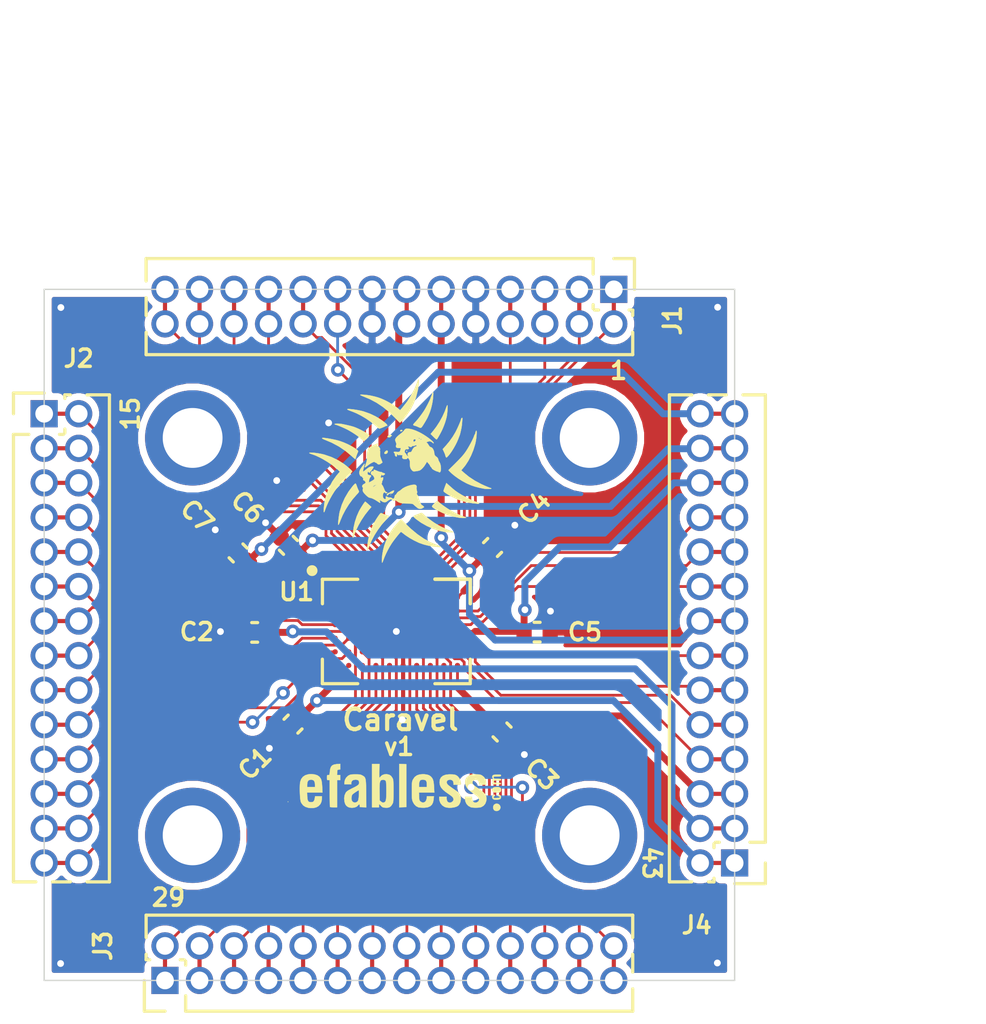
<source format=kicad_pcb>
(kicad_pcb (version 20171130) (host pcbnew 5.1.9+dfsg1-1~bpo10+1)
  (layers (0 F.Cu signal) (31 B.Cu signal) (34 B.Paste user) (35 F.Paste user) (36 B.SilkS user) (37 F.SilkS user) (38 B.Mask user) (39 F.Mask user) (44 Edge.Cuts user))
  (net 0 "")
  (net 1 GND)
  (net 2 vddio)
  (net 3 vccd2)
  (net 4 vccd1)
  (net 5 vdda1)
  (net 6 vdda2)
  (net 7 mprj_io[18])
  (net 8 mprj_io[17])
  (net 9 mprj_io[16])
  (net 10 mprj_io[15])
  (net 11 mprj_io[14])
  (net 12 mprj_io[13])
  (net 13 mprj_io[12])
  (net 14 mprj_io[11])
  (net 15 mprj_io[10])
  (net 16 mprj_io[9])
  (net 17 mprj_io[8])
  (net 18 mprj_io[7])
  (net 19 mprj_io[6]_ser_tx)
  (net 20 mprj_io[5]_ser_rx)
  (net 21 mprj_io[0])
  (net 22 mprj_io[33])
  (net 23 mprj_io[32])
  (net 24 mprj_io[31])
  (net 25 mprj_io[30])
  (net 26 mprj_io[29])
  (net 27 mprj_io[28])
  (net 28 mprj_io[27])
  (net 29 mprj_io[26])
  (net 30 mprj_io[25])
  (net 31 mprj_io[24])
  (net 32 mprj_io[23])
  (net 33 mprj_io[22])
  (net 34 mprj_io[21])
  (net 35 mprj_io[20])
  (net 36 mprj_io[19])
  (net 37 mprj_io[4]_SCK)
  (net 38 mprj_io[3]_CSB)
  (net 39 mprj_io[2]_SDI)
  (net 40 mprj_io[1]_SDO)
  (net 41 gpio)
  (net 42 Caravel_D0)
  (net 43 Caravel_CSB)
  (net 44 ~RST)
  (net 45 Caravel_D1)
  (net 46 xclk)
  (net 47 mprj_io[36])
  (net 48 mprj_io[37])
  (net 49 Caravel_SCK)
  (net 50 mprj_io[34])
  (net 51 mprj_io[35])
  (net 52 vdda)
  (net 53 vccd)
  (module Capacitor_SMD:C_0402_1005Metric (layer F.Cu) (at 139.430589 90.259411 225)
    (fp_text reference C4 (at -2.106345 -0.056569 45) (layer F.SilkS) (effects (font (size 0.635 0.635) (thickness 0.127))))
    (fp_text value 0.1uf)
    (pad 2 smd roundrect (at 0.48 0 225) (size 0.56 0.62) (layers F.Cu F.Paste F.Mask) (net 53 vccd))
    (pad 1 smd roundrect (at -0.48 0 225) (size 0.56 0.62) (layers F.Cu F.Paste F.Mask) (net 1 GND))
  )
  (module Capacitor_SMD:C_0402_1005Metric (layer F.Cu) (at 130.07 90.46 315)
    (fp_text reference C7 (at -2.029396 0.106066 135) (layer F.SilkS) (effects (font (size 0.635 0.635) (thickness 0.127))))
    (fp_text value 0.1uf)
    (pad 2 smd roundrect (at 0.48 0 315) (size 0.56 0.62) (layers F.Cu F.Paste F.Mask) (net 3 vccd2))
    (pad 1 smd roundrect (at -0.48 0 315) (size 0.56 0.62) (layers F.Cu F.Paste F.Mask) (net 1 GND))
  )
  (module Capacitor_SMD:C_0402_1005Metric (layer F.Cu) (at 131.92 90.18 315)
    (fp_text reference C6 (at -2.05061 0.070711 135) (layer F.SilkS) (effects (font (size 0.635 0.635) (thickness 0.127))))
    (fp_text value 0.1uf)
    (pad 2 smd roundrect (at 0.48 0 315) (size 0.56 0.62) (layers F.Cu F.Paste F.Mask) (net 2 vddio))
    (pad 1 smd roundrect (at -0.48 0 315) (size 0.56 0.62) (layers F.Cu F.Paste F.Mask) (net 1 GND))
  )
  (module Capacitor_SMD:C_0402_1005Metric (layer F.Cu) (at 141.07 93.37 180)
    (fp_text reference C5 (at -1.76 0) (layer F.SilkS) (effects (font (size 0.635 0.635) (thickness 0.127))))
    (fp_text value 0.1uf)
    (pad 2 smd roundrect (at 0.48 0 180) (size 0.56 0.62) (layers F.Cu F.Paste F.Mask) (net 6 vdda2))
    (pad 1 smd roundrect (at -0.48 0 180) (size 0.56 0.62) (layers F.Cu F.Paste F.Mask) (net 1 GND))
  )
  (module Capacitor_SMD:C_0402_1005Metric (layer F.Cu) (at 139.78 97.04 315)
    (fp_text reference C3 (at 2.128391 0.06364 135) (layer F.SilkS) (effects (font (size 0.635 0.635) (thickness 0.127))))
    (fp_text value 0.1uf)
    (pad 2 smd roundrect (at 0.48 0 315) (size 0.56 0.62) (layers F.Cu F.Paste F.Mask) (net 1 GND))
    (pad 1 smd roundrect (at -0.48 0 315) (size 0.56 0.62) (layers F.Cu F.Paste F.Mask) (net 52 vdda))
  )
  (module Capacitor_SMD:C_0402_1005Metric (layer F.Cu) (at 130.68 93.38 180)
    (fp_text reference C2 (at 2.13 0.02) (layer F.SilkS) (effects (font (size 0.635 0.635) (thickness 0.127))))
    (fp_text value 0.1uf)
    (pad 2 smd roundrect (at 0.48 0 180) (size 0.56 0.62) (layers F.Cu F.Paste F.Mask) (net 1 GND))
    (pad 1 smd roundrect (at -0.48 0 180) (size 0.56 0.62) (layers F.Cu F.Paste F.Mask) (net 5 vdda1))
  )
  (module Capacitor_SMD:C_0402_1005Metric (layer F.Cu) (at 132.09 96.75 45)
    (fp_text reference C1 (at -2.015254 0.035355 45) (layer F.SilkS) (effects (font (size 0.635 0.635) (thickness 0.127))))
    (fp_text value 0.1uf)
    (pad 2 smd roundrect (at 0.48 0 45) (size 0.56 0.62) (layers F.Cu F.Paste F.Mask) (net 4 vccd1))
    (pad 1 smd roundrect (at -0.48 0 45) (size 0.56 0.62) (layers F.Cu F.Paste F.Mask) (net 1 GND))
  )
  (module Caravel:ef_logo (layer F.Cu) (at 135.98 99.08)
    (fp_text reference T2 hide)
    (fp_text value Logo hide)
  )
  (module Caravel:logo (layer F.Cu) (at 136 87.45)
    (fp_text reference T1 hide)
    (fp_text value Logo hide)
  )
  (module Connector_PinHeader_1.27mm:PinHeader_2x14_P1.27mm_Vertical (layer F.Cu) (at 122.936 85.344)
    (fp_text reference J2 (at 1.27 -2.032) (layer F.SilkS) (effects (font (size 0.635 0.635) (thickness 0.127))))
    (fp_text value Conn_01x14_Female)
    (pad 28 thru_hole oval (at 1.27 16.51) (size 1 1) (drill 0.65) (layers *.Cu *.Mask) (net 11 mprj_io[14]))
    (pad 27 thru_hole oval (at 0 16.51) (size 1 1) (drill 0.65) (layers *.Cu *.Mask) (net 11 mprj_io[14]))
    (pad 26 thru_hole oval (at 1.27 15.24) (size 1 1) (drill 0.65) (layers *.Cu *.Mask) (net 10 mprj_io[15]))
    (pad 25 thru_hole oval (at 0 15.24) (size 1 1) (drill 0.65) (layers *.Cu *.Mask) (net 10 mprj_io[15]))
    (pad 24 thru_hole oval (at 1.27 13.97) (size 1 1) (drill 0.65) (layers *.Cu *.Mask) (net 9 mprj_io[16]))
    (pad 23 thru_hole oval (at 0 13.97) (size 1 1) (drill 0.65) (layers *.Cu *.Mask) (net 9 mprj_io[16]))
    (pad 22 thru_hole oval (at 1.27 12.7) (size 1 1) (drill 0.65) (layers *.Cu *.Mask) (net 8 mprj_io[17]))
    (pad 21 thru_hole oval (at 0 12.7) (size 1 1) (drill 0.65) (layers *.Cu *.Mask) (net 8 mprj_io[17]))
    (pad 20 thru_hole oval (at 1.27 11.43) (size 1 1) (drill 0.65) (layers *.Cu *.Mask) (net 7 mprj_io[18]))
    (pad 19 thru_hole oval (at 0 11.43) (size 1 1) (drill 0.65) (layers *.Cu *.Mask) (net 7 mprj_io[18]))
    (pad 18 thru_hole oval (at 1.27 10.16) (size 1 1) (drill 0.65) (layers *.Cu *.Mask) (net 36 mprj_io[19]))
    (pad 17 thru_hole oval (at 0 10.16) (size 1 1) (drill 0.65) (layers *.Cu *.Mask) (net 36 mprj_io[19]))
    (pad 16 thru_hole oval (at 1.27 8.89) (size 1 1) (drill 0.65) (layers *.Cu *.Mask) (net 35 mprj_io[20]))
    (pad 15 thru_hole oval (at 0 8.89) (size 1 1) (drill 0.65) (layers *.Cu *.Mask) (net 35 mprj_io[20]))
    (pad 14 thru_hole oval (at 1.27 7.62) (size 1 1) (drill 0.65) (layers *.Cu *.Mask) (net 34 mprj_io[21]))
    (pad 13 thru_hole oval (at 0 7.62) (size 1 1) (drill 0.65) (layers *.Cu *.Mask) (net 34 mprj_io[21]))
    (pad 12 thru_hole oval (at 1.27 6.35) (size 1 1) (drill 0.65) (layers *.Cu *.Mask) (net 33 mprj_io[22]))
    (pad 11 thru_hole oval (at 0 6.35) (size 1 1) (drill 0.65) (layers *.Cu *.Mask) (net 33 mprj_io[22]))
    (pad 10 thru_hole oval (at 1.27 5.08) (size 1 1) (drill 0.65) (layers *.Cu *.Mask) (net 32 mprj_io[23]))
    (pad 9 thru_hole oval (at 0 5.08) (size 1 1) (drill 0.65) (layers *.Cu *.Mask) (net 32 mprj_io[23]))
    (pad 8 thru_hole oval (at 1.27 3.81) (size 1 1) (drill 0.65) (layers *.Cu *.Mask) (net 31 mprj_io[24]))
    (pad 7 thru_hole oval (at 0 3.81) (size 1 1) (drill 0.65) (layers *.Cu *.Mask) (net 31 mprj_io[24]))
    (pad 6 thru_hole oval (at 1.27 2.54) (size 1 1) (drill 0.65) (layers *.Cu *.Mask) (net 30 mprj_io[25]))
    (pad 5 thru_hole oval (at 0 2.54) (size 1 1) (drill 0.65) (layers *.Cu *.Mask) (net 30 mprj_io[25]))
    (pad 4 thru_hole oval (at 1.27 1.27) (size 1 1) (drill 0.65) (layers *.Cu *.Mask) (net 29 mprj_io[26]))
    (pad 3 thru_hole oval (at 0 1.27) (size 1 1) (drill 0.65) (layers *.Cu *.Mask) (net 29 mprj_io[26]))
    (pad 2 thru_hole oval (at 1.27 0) (size 1 1) (drill 0.65) (layers *.Cu *.Mask) (net 28 mprj_io[27]))
    (pad 1 thru_hole rect (at 0 0) (size 1 1) (drill 0.65) (layers *.Cu *.Mask) (net 28 mprj_io[27]))
  )
  (module Caravel:Caravel_WCSP (layer F.Cu) (at 135.89 93.345 90)
    (fp_text reference U1 (at 1.455 -3.67) (layer F.SilkS) (effects (font (size 0.635 0.635) (thickness 0.127))))
    (fp_text value Caravel)
    (pad F10 smd circle (at -1.25 2.25) (size 0.19 0.19) (layers F.Cu F.Paste F.Mask) (net 52 vdda))
    (pad E10 smd circle (at -0.75 2.25) (size 0.19 0.19) (layers F.Cu F.Paste F.Mask) (net 41 gpio))
    (pad D10 smd circle (at -0.25 2.25) (size 0.19 0.19) (layers F.Cu F.Paste F.Mask) (net 42 Caravel_D0))
    (pad C10 smd circle (at 0.25 2.25) (size 0.19 0.19) (layers F.Cu F.Paste F.Mask) (net 43 Caravel_CSB))
    (pad B10 smd circle (at 0.75 2.25) (size 0.19 0.19) (layers F.Cu F.Paste F.Mask) (net 44 ~RST))
    (pad A10 smd circle (at 1.25 2.25) (size 0.19 0.19) (layers F.Cu F.Paste F.Mask) (net 53 vccd))
    (pad F9 smd circle (at -1.25 1.75) (size 0.19 0.19) (layers F.Cu F.Paste F.Mask) (net 39 mprj_io[2]_SDI))
    (pad E9 smd circle (at -0.75 1.75) (size 0.19 0.19) (layers F.Cu F.Paste F.Mask) (net 40 mprj_io[1]_SDO))
    (pad D9 smd circle (at -0.25 1.75) (size 0.19 0.19) (layers F.Cu F.Paste F.Mask) (net 45 Caravel_D1))
    (pad C9 smd circle (at 0.25 1.75) (size 0.19 0.19) (layers F.Cu F.Paste F.Mask) (net 46 xclk))
    (pad B9 smd circle (at 0.75 1.75) (size 0.19 0.19) (layers F.Cu F.Paste F.Mask) (net 47 mprj_io[36]))
    (pad A9 smd circle (at 1.25 1.75) (size 0.19 0.19) (layers F.Cu F.Paste F.Mask) (net 48 mprj_io[37]))
    (pad F8 smd circle (at -1.25 1.25) (size 0.19 0.19) (layers F.Cu F.Paste F.Mask) (net 37 mprj_io[4]_SCK))
    (pad E8 smd circle (at -0.75 1.25) (size 0.19 0.19) (layers F.Cu F.Paste F.Mask) (net 38 mprj_io[3]_CSB))
    (pad D8 smd circle (at -0.25 1.25) (size 0.19 0.19) (layers F.Cu F.Paste F.Mask) (net 49 Caravel_SCK))
    (pad C8 smd circle (at 0.25 1.25) (size 0.19 0.19) (layers F.Cu F.Paste F.Mask) (net 22 mprj_io[33]))
    (pad B8 smd circle (at 0.75 1.25) (size 0.19 0.19) (layers F.Cu F.Paste F.Mask) (net 50 mprj_io[34]))
    (pad A8 smd circle (at 1.25 1.25) (size 0.19 0.19) (layers F.Cu F.Paste F.Mask) (net 51 mprj_io[35]))
    (pad F7 smd circle (at -1.25 0.75) (size 0.19 0.19) (layers F.Cu F.Paste F.Mask) (net 19 mprj_io[6]_ser_tx))
    (pad E7 smd circle (at -0.75 0.75) (size 0.19 0.19) (layers F.Cu F.Paste F.Mask) (net 20 mprj_io[5]_ser_rx))
    (pad D7 smd circle (at -0.25 0.75) (size 0.19 0.19) (layers F.Cu F.Paste F.Mask) (net 21 mprj_io[0]))
    (pad C7 smd circle (at 0.25 0.75) (size 0.19 0.19) (layers F.Cu F.Paste F.Mask) (net 6 vdda2))
    (pad B7 smd circle (at 0.75 0.75) (size 0.19 0.19) (layers F.Cu F.Paste F.Mask) (net 1 GND))
    (pad A7 smd circle (at 1.25 0.75) (size 0.19 0.19) (layers F.Cu F.Paste F.Mask) (net 23 mprj_io[32]))
    (pad F6 smd circle (at -1.25 0.25) (size 0.19 0.19) (layers F.Cu F.Paste F.Mask) (net 1 GND))
    (pad E6 smd circle (at -0.75 0.25) (size 0.19 0.19) (layers F.Cu F.Paste F.Mask) (net 1 GND))
    (pad D6 smd circle (at -0.25 0.25) (size 0.19 0.19) (layers F.Cu F.Paste F.Mask) (net 1 GND))
    (pad C6 smd circle (at 0.25 0.25) (size 0.19 0.19) (layers F.Cu F.Paste F.Mask) (net 1 GND))
    (pad B6 smd circle (at 0.75 0.25) (size 0.19 0.19) (layers F.Cu F.Paste F.Mask) (net 25 mprj_io[30]))
    (pad A6 smd circle (at 1.25 0.25) (size 0.19 0.19) (layers F.Cu F.Paste F.Mask) (net 24 mprj_io[31]))
    (pad F5 smd circle (at -1.25 -0.25) (size 0.19 0.19) (layers F.Cu F.Paste F.Mask) (net 17 mprj_io[8]))
    (pad E5 smd circle (at -0.75 -0.25) (size 0.19 0.19) (layers F.Cu F.Paste F.Mask) (net 18 mprj_io[7]))
    (pad D5 smd circle (at -0.25 -0.25) (size 0.19 0.19) (layers F.Cu F.Paste F.Mask) (net 1 GND))
    (pad C5 smd circle (at 0.25 -0.25) (size 0.19 0.19) (layers F.Cu F.Paste F.Mask) (net 1 GND))
    (pad B5 smd circle (at 0.75 -0.25) (size 0.19 0.19) (layers F.Cu F.Paste F.Mask) (net 27 mprj_io[28]))
    (pad A5 smd circle (at 1.25 -0.25) (size 0.19 0.19) (layers F.Cu F.Paste F.Mask) (net 26 mprj_io[29]))
    (pad F4 smd circle (at -1.25 -0.75) (size 0.19 0.19) (layers F.Cu F.Paste F.Mask) (net 15 mprj_io[10]))
    (pad E4 smd circle (at -0.75 -0.75) (size 0.19 0.19) (layers F.Cu F.Paste F.Mask) (net 16 mprj_io[9]))
    (pad D4 smd circle (at -0.25 -0.75) (size 0.19 0.19) (layers F.Cu F.Paste F.Mask) (net 5 vdda1))
    (pad C4 smd circle (at 0.25 -0.75) (size 0.19 0.19) (layers F.Cu F.Paste F.Mask) (net 2 vddio))
    (pad B4 smd circle (at 0.75 -0.75) (size 0.19 0.19) (layers F.Cu F.Paste F.Mask) (net 29 mprj_io[26]))
    (pad A4 smd circle (at 1.25 -0.75) (size 0.19 0.19) (layers F.Cu F.Paste F.Mask) (net 28 mprj_io[27]))
    (pad F3 smd circle (at -1.25 -1.25) (size 0.19 0.19) (layers F.Cu F.Paste F.Mask) (net 13 mprj_io[12]))
    (pad E3 smd circle (at -0.75 -1.25) (size 0.19 0.19) (layers F.Cu F.Paste F.Mask) (net 14 mprj_io[11]))
    (pad D3 smd circle (at -0.25 -1.25) (size 0.19 0.19) (layers F.Cu F.Paste F.Mask) (net 12 mprj_io[13]))
    (pad C3 smd circle (at 0.25 -1.25) (size 0.19 0.19) (layers F.Cu F.Paste F.Mask) (net 31 mprj_io[24]))
    (pad B3 smd circle (at 0.75 -1.25) (size 0.19 0.19) (layers F.Cu F.Paste F.Mask) (net 1 GND))
    (pad A3 smd circle (at 1.25 -1.25) (size 0.19 0.19) (layers F.Cu F.Paste F.Mask) (net 30 mprj_io[25]))
    (pad F2 smd circle (at -1.25 -1.75) (size 0.19 0.19) (layers F.Cu F.Paste F.Mask) (net 4 vccd1))
    (pad E2 smd circle (at -0.75 -1.75) (size 0.19 0.19) (layers F.Cu F.Paste F.Mask) (net 11 mprj_io[14]))
    (pad D2 smd circle (at -0.25 -1.75) (size 0.19 0.19) (layers F.Cu F.Paste F.Mask) (net 8 mprj_io[17]))
    (pad C2 smd circle (at 0.25 -1.75) (size 0.19 0.19) (layers F.Cu F.Paste F.Mask) (net 35 mprj_io[20]))
    (pad B2 smd circle (at 0.75 -1.75) (size 0.19 0.19) (layers F.Cu F.Paste F.Mask) (net 33 mprj_io[22]))
    (pad A2 smd circle (at 1.25 -1.75) (size 0.19 0.19) (layers F.Cu F.Paste F.Mask) (net 3 vccd2))
    (pad F1 smd circle (at -1.25 -2.25) (size 0.19 0.19) (layers F.Cu F.Paste F.Mask) (net 10 mprj_io[15]))
    (pad E1 smd circle (at -0.75 -2.25) (size 0.19 0.19) (layers F.Cu F.Paste F.Mask) (net 9 mprj_io[16]))
    (pad D1 smd circle (at -0.25 -2.25) (size 0.19 0.19) (layers F.Cu F.Paste F.Mask) (net 7 mprj_io[18]))
    (pad C1 smd circle (at 0.25 -2.25) (size 0.19 0.19) (layers F.Cu F.Paste F.Mask) (net 36 mprj_io[19]))
    (pad B1 smd circle (at 0.75 -2.25) (size 0.19 0.19) (layers F.Cu F.Paste F.Mask) (net 34 mprj_io[21]))
    (pad A1 smd circle (at 1.25 -2.25 180) (size 0.19 0.19) (layers F.Cu F.Paste F.Mask) (net 32 mprj_io[23]))
  )
  (module MountingHole:MountingHole_2.2mm_M2_ISO7380_Pad (layer F.Cu) (at 128.397 86.233)
    (fp_text reference H4)
    (fp_text value "Positioning Holes")
    (pad 1 thru_hole circle (at 0 0) (size 3.5 3.5) (drill 2.2) (layers *.Cu *.Mask))
  )
  (module MountingHole:MountingHole_2.2mm_M2_ISO7380_Pad (layer F.Cu) (at 143.002 86.233)
    (fp_text reference H3)
    (fp_text value "Positioning Holes")
    (pad 1 thru_hole circle (at 0 0) (size 3.5 3.5) (drill 2.2) (layers *.Cu *.Mask))
  )
  (module MountingHole:MountingHole_2.2mm_M2_ISO7380_Pad (layer F.Cu) (at 143.002 100.838)
    (fp_text reference H2)
    (fp_text value "Positioning Holes")
    (pad 1 thru_hole circle (at 0 0) (size 3.5 3.5) (drill 2.2) (layers *.Cu *.Mask))
  )
  (module MountingHole:MountingHole_2.2mm_M2_ISO7380_Pad (layer F.Cu) (at 128.397 100.838)
    (fp_text reference H1)
    (fp_text value "Positioning Holes")
    (pad 1 thru_hole circle (at 0 0) (size 3.5 3.5) (drill 2.2) (layers *.Cu *.Mask))
  )
  (module Connector_PinHeader_1.27mm:PinHeader_2x14_P1.27mm_Vertical (layer F.Cu) (at 148.336 101.854 180)
    (fp_text reference J4 (at 1.397 -2.286) (layer F.SilkS) (effects (font (size 0.635 0.635) (thickness 0.127))))
    (fp_text value Conn_01x14_Female)
    (pad 28 thru_hole oval (at 1.27 16.51 180) (size 1 1) (drill 0.65) (layers *.Cu *.Mask) (net 3 vccd2))
    (pad 27 thru_hole oval (at 0 16.51 180) (size 1 1) (drill 0.65) (layers *.Cu *.Mask) (net 3 vccd2))
    (pad 26 thru_hole oval (at 1.27 15.24 180) (size 1 1) (drill 0.65) (layers *.Cu *.Mask) (net 2 vddio))
    (pad 25 thru_hole oval (at 0 15.24 180) (size 1 1) (drill 0.65) (layers *.Cu *.Mask) (net 2 vddio))
    (pad 24 thru_hole oval (at 1.27 13.97 180) (size 1 1) (drill 0.65) (layers *.Cu *.Mask) (net 6 vdda2))
    (pad 23 thru_hole oval (at 0 13.97 180) (size 1 1) (drill 0.65) (layers *.Cu *.Mask) (net 6 vdda2))
    (pad 22 thru_hole oval (at 1.27 12.7 180) (size 1 1) (drill 0.65) (layers *.Cu *.Mask) (net 44 ~RST))
    (pad 21 thru_hole oval (at 0 12.7 180) (size 1 1) (drill 0.65) (layers *.Cu *.Mask) (net 44 ~RST))
    (pad 20 thru_hole oval (at 1.27 11.43 180) (size 1 1) (drill 0.65) (layers *.Cu *.Mask) (net 46 xclk))
    (pad 19 thru_hole oval (at 0 11.43 180) (size 1 1) (drill 0.65) (layers *.Cu *.Mask) (net 46 xclk))
    (pad 18 thru_hole oval (at 1.27 10.16 180) (size 1 1) (drill 0.65) (layers *.Cu *.Mask) (net 43 Caravel_CSB))
    (pad 17 thru_hole oval (at 0 10.16 180) (size 1 1) (drill 0.65) (layers *.Cu *.Mask) (net 43 Caravel_CSB))
    (pad 16 thru_hole oval (at 1.27 8.89 180) (size 1 1) (drill 0.65) (layers *.Cu *.Mask) (net 53 vccd))
    (pad 15 thru_hole oval (at 0 8.89 180) (size 1 1) (drill 0.65) (layers *.Cu *.Mask) (net 53 vccd))
    (pad 14 thru_hole oval (at 1.27 7.62 180) (size 1 1) (drill 0.65) (layers *.Cu *.Mask) (net 42 Caravel_D0))
    (pad 13 thru_hole oval (at 0 7.62 180) (size 1 1) (drill 0.65) (layers *.Cu *.Mask) (net 42 Caravel_D0))
    (pad 12 thru_hole oval (at 1.27 6.35 180) (size 1 1) (drill 0.65) (layers *.Cu *.Mask) (net 45 Caravel_D1))
    (pad 11 thru_hole oval (at 0 6.35 180) (size 1 1) (drill 0.65) (layers *.Cu *.Mask) (net 45 Caravel_D1))
    (pad 10 thru_hole oval (at 1.27 5.08 180) (size 1 1) (drill 0.65) (layers *.Cu *.Mask) (net 41 gpio))
    (pad 9 thru_hole oval (at 0 5.08 180) (size 1 1) (drill 0.65) (layers *.Cu *.Mask) (net 41 gpio))
    (pad 8 thru_hole oval (at 1.27 3.81 180) (size 1 1) (drill 0.65) (layers *.Cu *.Mask) (net 49 Caravel_SCK))
    (pad 7 thru_hole oval (at 0 3.81 180) (size 1 1) (drill 0.65) (layers *.Cu *.Mask) (net 49 Caravel_SCK))
    (pad 6 thru_hole oval (at 1.27 2.54 180) (size 1 1) (drill 0.65) (layers *.Cu *.Mask) (net 52 vdda))
    (pad 5 thru_hole oval (at 0 2.54 180) (size 1 1) (drill 0.65) (layers *.Cu *.Mask) (net 52 vdda))
    (pad 4 thru_hole oval (at 1.27 1.27 180) (size 1 1) (drill 0.65) (layers *.Cu *.Mask) (net 5 vdda1))
    (pad 3 thru_hole oval (at 0 1.27 180) (size 1 1) (drill 0.65) (layers *.Cu *.Mask) (net 5 vdda1))
    (pad 2 thru_hole oval (at 1.27 0 180) (size 1 1) (drill 0.65) (layers *.Cu *.Mask) (net 4 vccd1))
    (pad 1 thru_hole rect (at 0 0 180) (size 1 1) (drill 0.65) (layers *.Cu *.Mask) (net 4 vccd1))
  )
  (module Connector_PinHeader_1.27mm:PinHeader_2x14_P1.27mm_Vertical (layer F.Cu) (at 127.381 106.172 90)
    (fp_text reference J3 (at 1.27 -2.286 90) (layer F.SilkS) (effects (font (size 0.635 0.635) (thickness 0.127))))
    (fp_text value Conn_01x14_Female)
    (pad 28 thru_hole oval (at 1.27 16.51 90) (size 1 1) (drill 0.65) (layers *.Cu *.Mask) (net 21 mprj_io[0]))
    (pad 27 thru_hole oval (at 0 16.51 90) (size 1 1) (drill 0.65) (layers *.Cu *.Mask) (net 21 mprj_io[0]))
    (pad 26 thru_hole oval (at 1.27 15.24 90) (size 1 1) (drill 0.65) (layers *.Cu *.Mask) (net 40 mprj_io[1]_SDO))
    (pad 25 thru_hole oval (at 0 15.24 90) (size 1 1) (drill 0.65) (layers *.Cu *.Mask) (net 40 mprj_io[1]_SDO))
    (pad 24 thru_hole oval (at 1.27 13.97 90) (size 1 1) (drill 0.65) (layers *.Cu *.Mask) (net 39 mprj_io[2]_SDI))
    (pad 23 thru_hole oval (at 0 13.97 90) (size 1 1) (drill 0.65) (layers *.Cu *.Mask) (net 39 mprj_io[2]_SDI))
    (pad 22 thru_hole oval (at 1.27 12.7 90) (size 1 1) (drill 0.65) (layers *.Cu *.Mask) (net 38 mprj_io[3]_CSB))
    (pad 21 thru_hole oval (at 0 12.7 90) (size 1 1) (drill 0.65) (layers *.Cu *.Mask) (net 38 mprj_io[3]_CSB))
    (pad 20 thru_hole oval (at 1.27 11.43 90) (size 1 1) (drill 0.65) (layers *.Cu *.Mask) (net 37 mprj_io[4]_SCK))
    (pad 19 thru_hole oval (at 0 11.43 90) (size 1 1) (drill 0.65) (layers *.Cu *.Mask) (net 37 mprj_io[4]_SCK))
    (pad 18 thru_hole oval (at 1.27 10.16 90) (size 1 1) (drill 0.65) (layers *.Cu *.Mask) (net 20 mprj_io[5]_ser_rx))
    (pad 17 thru_hole oval (at 0 10.16 90) (size 1 1) (drill 0.65) (layers *.Cu *.Mask) (net 20 mprj_io[5]_ser_rx))
    (pad 16 thru_hole oval (at 1.27 8.89 90) (size 1 1) (drill 0.65) (layers *.Cu *.Mask) (net 19 mprj_io[6]_ser_tx))
    (pad 15 thru_hole oval (at 0 8.89 90) (size 1 1) (drill 0.65) (layers *.Cu *.Mask) (net 19 mprj_io[6]_ser_tx))
    (pad 14 thru_hole oval (at 1.27 7.62 90) (size 1 1) (drill 0.65) (layers *.Cu *.Mask) (net 18 mprj_io[7]))
    (pad 13 thru_hole oval (at 0 7.62 90) (size 1 1) (drill 0.65) (layers *.Cu *.Mask) (net 18 mprj_io[7]))
    (pad 12 thru_hole oval (at 1.27 6.35 90) (size 1 1) (drill 0.65) (layers *.Cu *.Mask) (net 17 mprj_io[8]))
    (pad 11 thru_hole oval (at 0 6.35 90) (size 1 1) (drill 0.65) (layers *.Cu *.Mask) (net 17 mprj_io[8]))
    (pad 10 thru_hole oval (at 1.27 5.08 90) (size 1 1) (drill 0.65) (layers *.Cu *.Mask) (net 16 mprj_io[9]))
    (pad 9 thru_hole oval (at 0 5.08 90) (size 1 1) (drill 0.65) (layers *.Cu *.Mask) (net 16 mprj_io[9]))
    (pad 8 thru_hole oval (at 1.27 3.81 90) (size 1 1) (drill 0.65) (layers *.Cu *.Mask) (net 15 mprj_io[10]))
    (pad 7 thru_hole oval (at 0 3.81 90) (size 1 1) (drill 0.65) (layers *.Cu *.Mask) (net 15 mprj_io[10]))
    (pad 6 thru_hole oval (at 1.27 2.54 90) (size 1 1) (drill 0.65) (layers *.Cu *.Mask) (net 14 mprj_io[11]))
    (pad 5 thru_hole oval (at 0 2.54 90) (size 1 1) (drill 0.65) (layers *.Cu *.Mask) (net 14 mprj_io[11]))
    (pad 4 thru_hole oval (at 1.27 1.27 90) (size 1 1) (drill 0.65) (layers *.Cu *.Mask) (net 13 mprj_io[12]))
    (pad 3 thru_hole oval (at 0 1.27 90) (size 1 1) (drill 0.65) (layers *.Cu *.Mask) (net 13 mprj_io[12]))
    (pad 2 thru_hole oval (at 1.27 0 90) (size 1 1) (drill 0.65) (layers *.Cu *.Mask) (net 12 mprj_io[13]))
    (pad 1 thru_hole rect (at 0 0 90) (size 1 1) (drill 0.65) (layers *.Cu *.Mask) (net 12 mprj_io[13]))
  )
  (module Connector_PinHeader_1.27mm:PinHeader_2x14_P1.27mm_Vertical (layer F.Cu) (at 143.891 80.772 270)
    (fp_text reference J1 (at 1.143 -2.159 90) (layer F.SilkS) (effects (font (size 0.635 0.635) (thickness 0.127))))
    (fp_text value Conn_01x14_Female)
    (pad 28 thru_hole oval (at 1.27 16.51 270) (size 1 1) (drill 0.65) (layers *.Cu *.Mask) (net 27 mprj_io[28]))
    (pad 27 thru_hole oval (at 0 16.51 270) (size 1 1) (drill 0.65) (layers *.Cu *.Mask) (net 27 mprj_io[28]))
    (pad 26 thru_hole oval (at 1.27 15.24 270) (size 1 1) (drill 0.65) (layers *.Cu *.Mask) (net 26 mprj_io[29]))
    (pad 25 thru_hole oval (at 0 15.24 270) (size 1 1) (drill 0.65) (layers *.Cu *.Mask) (net 26 mprj_io[29]))
    (pad 24 thru_hole oval (at 1.27 13.97 270) (size 1 1) (drill 0.65) (layers *.Cu *.Mask) (net 25 mprj_io[30]))
    (pad 23 thru_hole oval (at 0 13.97 270) (size 1 1) (drill 0.65) (layers *.Cu *.Mask) (net 25 mprj_io[30]))
    (pad 22 thru_hole oval (at 1.27 12.7 270) (size 1 1) (drill 0.65) (layers *.Cu *.Mask) (net 24 mprj_io[31]))
    (pad 21 thru_hole oval (at 0 12.7 270) (size 1 1) (drill 0.65) (layers *.Cu *.Mask) (net 24 mprj_io[31]))
    (pad 20 thru_hole oval (at 1.27 11.43 270) (size 1 1) (drill 0.65) (layers *.Cu *.Mask) (net 23 mprj_io[32]))
    (pad 19 thru_hole oval (at 0 11.43 270) (size 1 1) (drill 0.65) (layers *.Cu *.Mask) (net 23 mprj_io[32]))
    (pad 18 thru_hole oval (at 1.27 10.16 270) (size 1 1) (drill 0.65) (layers *.Cu *.Mask) (net 22 mprj_io[33]))
    (pad 17 thru_hole oval (at 0 10.16 270) (size 1 1) (drill 0.65) (layers *.Cu *.Mask) (net 22 mprj_io[33]))
    (pad 16 thru_hole oval (at 1.27 8.89 270) (size 1 1) (drill 0.65) (layers *.Cu *.Mask) (net 1 GND))
    (pad 15 thru_hole oval (at 0 8.89 270) (size 1 1) (drill 0.65) (layers *.Cu *.Mask) (net 1 GND))
    (pad 14 thru_hole oval (at 1.27 7.62 270) (size 1 1) (drill 0.65) (layers *.Cu *.Mask) (net 2 vddio))
    (pad 13 thru_hole oval (at 0 7.62 270) (size 1 1) (drill 0.65) (layers *.Cu *.Mask) (net 2 vddio))
    (pad 12 thru_hole oval (at 1.27 6.35 270) (size 1 1) (drill 0.65) (layers *.Cu *.Mask) (net 53 vccd))
    (pad 11 thru_hole oval (at 0 6.35 270) (size 1 1) (drill 0.65) (layers *.Cu *.Mask) (net 53 vccd))
    (pad 10 thru_hole oval (at 1.27 5.08 270) (size 1 1) (drill 0.65) (layers *.Cu *.Mask) (net 1 GND))
    (pad 9 thru_hole oval (at 0 5.08 270) (size 1 1) (drill 0.65) (layers *.Cu *.Mask) (net 1 GND))
    (pad 8 thru_hole oval (at 1.27 3.81 270) (size 1 1) (drill 0.65) (layers *.Cu *.Mask) (net 50 mprj_io[34]))
    (pad 7 thru_hole oval (at 0 3.81 270) (size 1 1) (drill 0.65) (layers *.Cu *.Mask) (net 50 mprj_io[34]))
    (pad 6 thru_hole oval (at 1.27 2.54 270) (size 1 1) (drill 0.65) (layers *.Cu *.Mask) (net 51 mprj_io[35]))
    (pad 5 thru_hole oval (at 0 2.54 270) (size 1 1) (drill 0.65) (layers *.Cu *.Mask) (net 51 mprj_io[35]))
    (pad 4 thru_hole oval (at 1.27 1.27 270) (size 1 1) (drill 0.65) (layers *.Cu *.Mask) (net 47 mprj_io[36]))
    (pad 3 thru_hole oval (at 0 1.27 270) (size 1 1) (drill 0.65) (layers *.Cu *.Mask) (net 47 mprj_io[36]))
    (pad 2 thru_hole oval (at 1.27 0 270) (size 1 1) (drill 0.65) (layers *.Cu *.Mask) (net 48 mprj_io[37]))
    (pad 1 thru_hole rect (at 0 0 270) (size 1 1) (drill 0.65) (layers *.Cu *.Mask) (net 48 mprj_io[37]))
  )
  (gr_text Caravel (at 136.0424 96.59112) (layer F.SilkS) (effects (font (size 0.762 0.762) (thickness 0.1524))))
  (gr_text v1 (at 135.99 97.58) (layer F.SilkS) (effects (font (size 0.635 0.635) (thickness 0.127))))
  (gr_text 1 (at 144.06626 83.76158) (layer F.SilkS) (effects (font (size 0.635 0.635) (thickness 0.127))))
  (gr_text 15 (at 126.111 85.344 90) (layer F.SilkS) (effects (font (size 0.635 0.635) (thickness 0.127))))
  (gr_text 29 (at 127.508 103.124) (layer F.SilkS) (effects (font (size 0.635 0.635) (thickness 0.127))))
  (gr_text 43 (at 145.288 101.854 270) (layer F.SilkS) (effects (font (size 0.635 0.635) (thickness 0.127))))
  (gr_line (start 122.936 106.172) (end 122.936 80.772) (layer Edge.Cuts) (width 0.05))
  (gr_line (start 148.336 106.172) (end 122.936 106.172) (layer Edge.Cuts) (width 0.05))
  (gr_line (start 148.336 80.772) (end 148.336 106.172) (layer Edge.Cuts) (width 0.05))
  (gr_line (start 122.936 80.772) (end 148.336 80.772) (layer Edge.Cuts) (width 0.05))
  (via (at 135.89 93.345) (size 0.5) (drill 0.25) (layers F.Cu B.Cu) (net 1))
  (segment (start 135.001 82.042) (end 135.001 80.97481) (width 0.1524) (layer F.Cu) (net 1))
  (segment (start 138.811 82.042) (end 138.811 80.97481) (width 0.1524) (layer F.Cu) (net 1))
  (segment (start 138.828828 82.059828) (end 138.811 82.042) (width 0.1016) (layer F.Cu) (net 1))
  (segment (start 136.14 93.595) (end 136.14 94.595) (width 0.1524) (layer F.Cu) (net 1))
  (segment (start 135.89 93.345) (end 136.0805 93.1545) (width 0.1524) (layer F.Cu) (net 1))
  (segment (start 136.14 93.095) (end 136.0805 93.1545) (width 0.1016) (layer F.Cu) (net 1))
  (segment (start 135.89 93.345) (end 135.64 93.095) (width 0.1524) (layer F.Cu) (net 1))
  (segment (start 135.89 93.345) (end 135.64 93.595) (width 0.1524) (layer F.Cu) (net 1))
  (segment (start 135.89 93.345) (end 136.14 93.595) (width 0.1524) (layer F.Cu) (net 1))
  (segment (start 134.64 92.595) (end 134.64 92.743062) (width 0.1016) (layer F.Cu) (net 1))
  (segment (start 134.64 92.743062) (end 134.88924 92.992302) (width 0.1016) (layer F.Cu) (net 1))
  (segment (start 134.88924 92.992302) (end 134.88924 93.19768) (width 0.1016) (layer F.Cu) (net 1))
  (segment (start 135.039159 93.347599) (end 135.392599 93.347599) (width 0.1016) (layer F.Cu) (net 1))
  (segment (start 134.88924 93.19768) (end 135.039159 93.347599) (width 0.1016) (layer F.Cu) (net 1))
  (segment (start 135.392599 93.347599) (end 135.64 93.595) (width 0.1016) (layer F.Cu) (net 1))
  (segment (start 136.64 92.595) (end 136.14 93.095) (width 0.1524) (layer F.Cu) (net 1))
  (via (at 129.42 93.35) (size 0.5) (drill 0.25) (layers F.Cu B.Cu) (net 1))
  (via (at 129.23 89.61) (size 0.5) (drill 0.25) (layers F.Cu B.Cu) (net 1))
  (segment (start 136.14 94.595) (end 136.14 96.559094) (width 0.1524) (layer F.Cu) (net 1))
  (segment (start 136.14 96.559094) (end 136.109261 96.589833) (width 0.1524) (layer F.Cu) (net 1))
  (via (at 136.109261 96.589833) (size 0.5) (drill 0.25) (layers F.Cu B.Cu) (net 1))
  (via (at 131.22 97.64) (size 0.5) (drill 0.25) (layers F.Cu B.Cu) (net 1))
  (via (at 131.08 89.35068) (size 0.5) (drill 0.25) (layers F.Cu B.Cu) (net 1))
  (via (at 140.6 97.87) (size 0.5) (drill 0.25) (layers F.Cu B.Cu) (net 1))
  (via (at 141.56 92.6) (size 0.5) (drill 0.25) (layers F.Cu B.Cu) (net 1))
  (segment (start 141.55 92.61) (end 141.56 92.6) (width 0.254) (layer F.Cu) (net 1))
  (segment (start 141.55 93.37) (end 141.55 92.61) (width 0.254) (layer F.Cu) (net 1))
  (segment (start 131.750589 97.109411) (end 131.22 97.64) (width 0.254) (layer F.Cu) (net 1))
  (segment (start 131.750589 97.089411) (end 131.750589 97.109411) (width 0.254) (layer F.Cu) (net 1))
  (segment (start 140.6 97.86) (end 140.119411 97.379411) (width 0.254) (layer F.Cu) (net 1))
  (segment (start 140.6 97.87) (end 140.6 97.86) (width 0.254) (layer F.Cu) (net 1))
  (segment (start 129.730589 90.110589) (end 129.23 89.61) (width 0.254) (layer F.Cu) (net 1))
  (segment (start 129.730589 90.120589) (end 129.730589 90.110589) (width 0.254) (layer F.Cu) (net 1))
  (segment (start 131.569909 89.840589) (end 131.08 89.35068) (width 0.254) (layer F.Cu) (net 1))
  (segment (start 131.580589 89.840589) (end 131.569909 89.840589) (width 0.254) (layer F.Cu) (net 1))
  (segment (start 129.45 93.38) (end 129.42 93.35) (width 0.254) (layer F.Cu) (net 1))
  (segment (start 130.2 93.38) (end 129.45 93.38) (width 0.254) (layer F.Cu) (net 1))
  (via (at 140.25 89.44) (size 0.5) (drill 0.25) (layers F.Cu B.Cu) (net 1))
  (segment (start 139.77 89.92) (end 140.25 89.44) (width 0.254) (layer F.Cu) (net 1))
  (via (at 123.55 81.44) (size 0.5) (drill 0.25) (layers F.Cu B.Cu) (net 1))
  (via (at 131.49 87.8) (size 0.5) (drill 0.25) (layers F.Cu B.Cu) (net 1))
  (via (at 133.4 85.68) (size 0.5) (drill 0.25) (layers F.Cu B.Cu) (net 1))
  (via (at 147.71 81.43) (size 0.5) (drill 0.25) (layers F.Cu B.Cu) (net 1))
  (via (at 123.54 105.55) (size 0.5) (drill 0.25) (layers F.Cu B.Cu) (net 1))
  (via (at 147.7 105.53) (size 0.5) (drill 0.25) (layers F.Cu B.Cu) (net 1))
  (segment (start 136.271 82.042) (end 136.271 80.97481) (width 0.1524) (layer F.Cu) (net 2))
  (segment (start 147.066 86.614) (end 148.13319 86.614) (width 0.1524) (layer F.Cu) (net 2))
  (segment (start 134.531917 92.347599) (end 134.387401 92.203083) (width 0.1016) (layer F.Cu) (net 2))
  (segment (start 135.14 93.095) (end 135.14 92.95568) (width 0.1016) (layer F.Cu) (net 2))
  (segment (start 135.14 92.95568) (end 134.887401 92.703081) (width 0.1016) (layer F.Cu) (net 2))
  (segment (start 134.387401 92.203083) (end 134.387401 91.619816) (width 0.1016) (layer F.Cu) (net 2))
  (segment (start 134.887401 92.703081) (end 134.887401 92.490084) (width 0.1016) (layer F.Cu) (net 2))
  (segment (start 134.744916 92.347599) (end 134.531917 92.347599) (width 0.1016) (layer F.Cu) (net 2))
  (segment (start 134.887401 92.490084) (end 134.744916 92.347599) (width 0.1016) (layer F.Cu) (net 2))
  (via (at 135.98 88.96) (size 0.5) (drill 0.25) (layers F.Cu B.Cu) (net 2))
  (segment (start 135.98 82.333) (end 136.271 82.042) (width 0.254) (layer F.Cu) (net 2))
  (segment (start 135.98 88.96) (end 135.98 82.333) (width 0.254) (layer F.Cu) (net 2))
  (segment (start 147.05 86.63) (end 147.066 86.614) (width 0.254) (layer B.Cu) (net 2))
  (segment (start 145.89 86.63) (end 147.05 86.63) (width 0.254) (layer B.Cu) (net 2))
  (segment (start 135.98 88.96) (end 136.19 88.75) (width 0.254) (layer B.Cu) (net 2))
  (segment (start 143.77 88.75) (end 145.89 86.63) (width 0.254) (layer B.Cu) (net 2))
  (segment (start 136.19 88.75) (end 143.77 88.75) (width 0.254) (layer B.Cu) (net 2))
  (segment (start 135.98 88.96) (end 134.94 90) (width 0.254) (layer B.Cu) (net 2))
  (via (at 132.81 90) (size 0.5) (drill 0.25) (layers F.Cu B.Cu) (net 2))
  (segment (start 134.94 90) (end 132.81 90) (width 0.254) (layer B.Cu) (net 2))
  (segment (start 132.778822 90) (end 132.81 90) (width 0.254) (layer F.Cu) (net 2))
  (segment (start 132.259411 90.519411) (end 132.778822 90) (width 0.254) (layer F.Cu) (net 2))
  (segment (start 134.387401 91.619816) (end 134.223792 91.456208) (width 0.1016) (layer F.Cu) (net 2))
  (segment (start 134.223792 91.456208) (end 134.009563 91.241978) (width 0.1016) (layer F.Cu) (net 2))
  (segment (start 132.259411 90.519411) (end 132.59 90.85) (width 0.254) (layer F.Cu) (net 2))
  (segment (start 133.617584 90.85) (end 134.223792 91.456208) (width 0.254) (layer F.Cu) (net 2))
  (segment (start 132.59 90.85) (end 133.617584 90.85) (width 0.254) (layer F.Cu) (net 2))
  (segment (start 147.066 85.344) (end 148.13319 85.344) (width 0.1524) (layer F.Cu) (net 3))
  (segment (start 130.888822 90.32) (end 130.93 90.32) (width 0.254) (layer F.Cu) (net 3))
  (via (at 130.93 90.32) (size 0.5) (drill 0.25) (layers F.Cu B.Cu) (net 3))
  (segment (start 130.409411 90.799411) (end 130.888822 90.32) (width 0.254) (layer F.Cu) (net 3))
  (segment (start 130.409411 90.799411) (end 131 91.39) (width 0.254) (layer F.Cu) (net 3))
  (segment (start 131 91.39) (end 132.97 91.39) (width 0.254) (layer F.Cu) (net 3))
  (segment (start 132.97 91.39) (end 133.48 91.39) (width 0.254) (layer F.Cu) (net 3))
  (segment (start 133.6 91.39) (end 133.778189 91.568189) (width 0.254) (layer F.Cu) (net 3))
  (segment (start 133.48 91.39) (end 133.6 91.39) (width 0.254) (layer F.Cu) (net 3))
  (segment (start 134.14 91.93) (end 133.778189 91.568189) (width 0.1016) (layer F.Cu) (net 3))
  (segment (start 134.14 92.095) (end 134.14 91.93) (width 0.1016) (layer F.Cu) (net 3))
  (segment (start 144.178 83.818) (end 137.432 83.818) (width 0.254) (layer B.Cu) (net 3))
  (segment (start 137.432 83.818) (end 130.93 90.32) (width 0.254) (layer B.Cu) (net 3))
  (segment (start 147.066 85.344) (end 145.704 85.344) (width 0.254) (layer B.Cu) (net 3))
  (segment (start 145.704 85.344) (end 144.178 83.818) (width 0.254) (layer B.Cu) (net 3))
  (segment (start 147.066 101.854) (end 148.13319 101.854) (width 0.1524) (layer F.Cu) (net 4))
  (via (at 132.969 95.885) (size 0.5) (drill 0.25) (layers F.Cu B.Cu) (net 4))
  (segment (start 132.443411 96.410589) (end 132.969 95.885) (width 0.254) (layer F.Cu) (net 4))
  (segment (start 132.429411 96.410589) (end 132.443411 96.410589) (width 0.254) (layer F.Cu) (net 4))
  (segment (start 133.7975 95.0565) (end 133.7975 94.9375) (width 0.254) (layer F.Cu) (net 4))
  (segment (start 132.969 95.885) (end 133.7975 95.0565) (width 0.254) (layer F.Cu) (net 4))
  (segment (start 134.14 94.595) (end 133.7975 94.9375) (width 0.1016) (layer F.Cu) (net 4))
  (segment (start 145.51 100.298) (end 147.066 101.854) (width 0.254) (layer B.Cu) (net 4))
  (segment (start 145.51 97.52) (end 145.51 100.298) (width 0.254) (layer B.Cu) (net 4))
  (segment (start 132.969 95.885) (end 143.875 95.885) (width 0.254) (layer B.Cu) (net 4))
  (segment (start 143.875 95.885) (end 145.51 97.52) (width 0.254) (layer B.Cu) (net 4))
  (segment (start 147.066 100.584) (end 148.13319 100.584) (width 0.1524) (layer F.Cu) (net 5))
  (via (at 132.08 93.345) (size 0.5) (drill 0.25) (layers F.Cu B.Cu) (net 5))
  (segment (start 135.14 93.595) (end 134.999177 93.595) (width 0.1016) (layer F.Cu) (net 5))
  (segment (start 134.749177 93.345) (end 132.08 93.345) (width 0.1016) (layer F.Cu) (net 5))
  (segment (start 134.999177 93.595) (end 134.749177 93.345) (width 0.1016) (layer F.Cu) (net 5))
  (segment (start 132.045 93.38) (end 132.08 93.345) (width 0.254) (layer F.Cu) (net 5))
  (segment (start 131.16 93.38) (end 132.045 93.38) (width 0.254) (layer F.Cu) (net 5))
  (segment (start 132.095 93.36) (end 132.08 93.345) (width 0.254) (layer B.Cu) (net 5))
  (segment (start 146.03 99.548) (end 146.03 96.07) (width 0.254) (layer B.Cu) (net 5))
  (segment (start 147.066 100.584) (end 146.03 99.548) (width 0.254) (layer B.Cu) (net 5))
  (segment (start 146.03 96.07) (end 144.68 94.72) (width 0.254) (layer B.Cu) (net 5))
  (segment (start 144.68 94.72) (end 134.68 94.72) (width 0.254) (layer B.Cu) (net 5))
  (segment (start 134.68 94.72) (end 133.32 93.36) (width 0.254) (layer B.Cu) (net 5))
  (segment (start 133.32 93.36) (end 132.095 93.36) (width 0.254) (layer B.Cu) (net 5))
  (segment (start 147.066 87.884) (end 148.13319 87.884) (width 0.1524) (layer F.Cu) (net 6))
  (segment (start 136.64 93.095) (end 136.887401 93.342401) (width 0.1016) (layer F.Cu) (net 6))
  (segment (start 136.887401 93.342401) (end 138.787599 93.342401) (width 0.1016) (layer F.Cu) (net 6))
  (segment (start 140.59 93.37) (end 140.59 92.58) (width 0.254) (layer F.Cu) (net 6))
  (segment (start 140.59 92.58) (end 140.62 92.55) (width 0.254) (layer F.Cu) (net 6))
  (via (at 140.62 92.55) (size 0.5) (drill 0.25) (layers F.Cu B.Cu) (net 6))
  (segment (start 140.562401 93.342401) (end 138.787599 93.342401) (width 0.254) (layer F.Cu) (net 6))
  (segment (start 140.59 93.37) (end 140.562401 93.342401) (width 0.254) (layer F.Cu) (net 6))
  (segment (start 146.106 87.884) (end 147.066 87.884) (width 0.254) (layer B.Cu) (net 6))
  (segment (start 141.9 90.24) (end 143.75 90.24) (width 0.254) (layer B.Cu) (net 6))
  (segment (start 143.75 90.24) (end 146.106 87.884) (width 0.254) (layer B.Cu) (net 6))
  (segment (start 140.62 92.55) (end 140.62 91.52) (width 0.254) (layer B.Cu) (net 6))
  (segment (start 140.62 91.52) (end 141.9 90.24) (width 0.254) (layer B.Cu) (net 6))
  (segment (start 124.206 96.774) (end 123.13881 96.774) (width 0.1524) (layer F.Cu) (net 7))
  (segment (start 133.636 93.599) (end 133.64 93.595) (width 0.1016) (layer F.Cu) (net 7))
  (segment (start 126.91 94.07) (end 124.206 96.774) (width 0.1016) (layer F.Cu) (net 7))
  (segment (start 131.950556 94.07) (end 126.91 94.07) (width 0.1016) (layer F.Cu) (net 7))
  (segment (start 133.64 93.595) (end 132.425556 93.595) (width 0.1016) (layer F.Cu) (net 7))
  (segment (start 132.425556 93.595) (end 131.950556 94.07) (width 0.1016) (layer F.Cu) (net 7))
  (segment (start 124.206 98.044) (end 123.13881 98.044) (width 0.1524) (layer F.Cu) (net 8))
  (segment (start 127.89 94.36) (end 124.206 98.044) (width 0.1016) (layer F.Cu) (net 8))
  (segment (start 131.947939 94.36) (end 127.89 94.36) (width 0.1016) (layer F.Cu) (net 8))
  (segment (start 132.46034 93.847599) (end 131.947939 94.36) (width 0.1016) (layer F.Cu) (net 8))
  (segment (start 134.14 93.595) (end 133.887401 93.847599) (width 0.1016) (layer F.Cu) (net 8))
  (segment (start 133.887401 93.847599) (end 132.46034 93.847599) (width 0.1016) (layer F.Cu) (net 8))
  (segment (start 124.206 99.314) (end 123.13881 99.314) (width 0.1524) (layer F.Cu) (net 9))
  (segment (start 132.0242 94.62) (end 128.9 94.62) (width 0.1016) (layer F.Cu) (net 9))
  (segment (start 128.9 94.62) (end 124.206 99.314) (width 0.1016) (layer F.Cu) (net 9))
  (segment (start 132.400764 94.243436) (end 132.0242 94.62) (width 0.1016) (layer F.Cu) (net 9))
  (segment (start 132.400764 94.234) (end 132.400764 94.243436) (width 0.1016) (layer F.Cu) (net 9))
  (segment (start 133.64 94.095) (end 132.539764 94.095) (width 0.1016) (layer F.Cu) (net 9))
  (segment (start 132.539764 94.095) (end 132.400764 94.234) (width 0.1016) (layer F.Cu) (net 9))
  (segment (start 124.206 100.584) (end 123.13881 100.584) (width 0.1524) (layer F.Cu) (net 10))
  (segment (start 128.64 96.15) (end 124.206 100.584) (width 0.1016) (layer F.Cu) (net 10))
  (segment (start 131.8 96.15) (end 128.64 96.15) (width 0.1016) (layer F.Cu) (net 10))
  (segment (start 133.64 94.595) (end 133.355 94.595) (width 0.1016) (layer F.Cu) (net 10))
  (segment (start 133.355 94.595) (end 131.8 96.15) (width 0.1016) (layer F.Cu) (net 10))
  (segment (start 124.206 101.854) (end 123.13881 101.854) (width 0.1524) (layer F.Cu) (net 11))
  (via (at 131.7244 95.6056) (size 0.5) (drill 0.25) (layers F.Cu B.Cu) (net 11))
  (segment (start 134.14 94.095) (end 133.892599 94.342401) (width 0.1016) (layer F.Cu) (net 11))
  (segment (start 133.892599 94.342401) (end 132.987599 94.342401) (width 0.1016) (layer F.Cu) (net 11))
  (segment (start 132.987599 94.342401) (end 131.7244 95.6056) (width 0.1016) (layer F.Cu) (net 11))
  (via (at 130.6 96.68) (size 0.5) (drill 0.25) (layers F.Cu B.Cu) (net 11))
  (segment (start 131.7244 95.6056) (end 130.65 96.68) (width 0.1016) (layer B.Cu) (net 11))
  (segment (start 130.65 96.68) (end 130.6 96.68) (width 0.1016) (layer B.Cu) (net 11))
  (segment (start 129.38 96.68) (end 130.6 96.68) (width 0.1016) (layer F.Cu) (net 11))
  (segment (start 124.206 101.854) (end 129.38 96.68) (width 0.1016) (layer F.Cu) (net 11))
  (segment (start 134.387401 93.867787) (end 134.387401 94.207519) (width 0.1016) (layer F.Cu) (net 12))
  (segment (start 134.387401 93.847599) (end 134.387401 94.128401) (width 0.1016) (layer F.Cu) (net 12))
  (segment (start 134.64 93.595) (end 134.387401 93.847599) (width 0.1016) (layer F.Cu) (net 12))
  (segment (start 134.387401 93.976247) (end 134.387401 94.128401) (width 0.1016) (layer F.Cu) (net 12))
  (segment (start 127.381 104.902) (end 127.381 105.96919) (width 0.1524) (layer F.Cu) (net 12))
  (segment (start 130.429 101.854) (end 127.381 104.902) (width 0.1016) (layer F.Cu) (net 12))
  (segment (start 134.387401 94.128401) (end 134.387401 95.802599) (width 0.1016) (layer F.Cu) (net 12))
  (segment (start 130.429 99.761) (end 130.429 101.854) (width 0.1016) (layer F.Cu) (net 12))
  (segment (start 134.387401 95.802599) (end 130.429 99.761) (width 0.1016) (layer F.Cu) (net 12))
  (segment (start 128.651 104.902) (end 128.651 105.96919) (width 0.1524) (layer F.Cu) (net 13))
  (segment (start 130.784578 102.768422) (end 128.651 104.902) (width 0.1016) (layer F.Cu) (net 13))
  (segment (start 130.784578 99.692804) (end 130.784578 102.768422) (width 0.1016) (layer F.Cu) (net 13))
  (segment (start 134.64 95.837382) (end 130.784578 99.692804) (width 0.1016) (layer F.Cu) (net 13))
  (segment (start 134.64 94.595) (end 134.64 95.837382) (width 0.1016) (layer F.Cu) (net 13))
  (segment (start 129.921 104.902) (end 129.921 105.96919) (width 0.1524) (layer F.Cu) (net 14))
  (segment (start 130.987789 103.835211) (end 129.921 104.902) (width 0.1016) (layer F.Cu) (net 14))
  (segment (start 130.987789 99.776975) (end 130.987789 103.835211) (width 0.1016) (layer F.Cu) (net 14))
  (segment (start 134.887401 95.877363) (end 130.987789 99.776975) (width 0.1016) (layer F.Cu) (net 14))
  (segment (start 134.887401 94.342401) (end 134.887401 95.877363) (width 0.1016) (layer F.Cu) (net 14))
  (segment (start 134.64 94.095) (end 134.887401 94.342401) (width 0.1016) (layer F.Cu) (net 14))
  (segment (start 131.191 104.902) (end 131.191 105.96919) (width 0.1524) (layer F.Cu) (net 15))
  (segment (start 131.191 99.861146) (end 131.191 104.902) (width 0.1016) (layer F.Cu) (net 15))
  (segment (start 135.14 95.912146) (end 131.191 99.861146) (width 0.1016) (layer F.Cu) (net 15))
  (segment (start 135.14 94.595) (end 135.14 95.912146) (width 0.1016) (layer F.Cu) (net 15))
  (segment (start 132.461 104.902) (end 132.461 105.96919) (width 0.1524) (layer F.Cu) (net 16))
  (segment (start 132.461 98.878528) (end 132.461 104.902) (width 0.1016) (layer F.Cu) (net 16))
  (segment (start 135.14 94.095) (end 135.387401 94.342401) (width 0.1016) (layer F.Cu) (net 16))
  (segment (start 135.387401 95.952127) (end 132.461 98.878528) (width 0.1016) (layer F.Cu) (net 16))
  (segment (start 135.387401 94.342401) (end 135.387401 95.952127) (width 0.1016) (layer F.Cu) (net 16))
  (segment (start 133.731 104.902) (end 133.731 105.96919) (width 0.1524) (layer F.Cu) (net 17))
  (segment (start 133.73 104.901) (end 133.731 104.902) (width 0.1016) (layer F.Cu) (net 17))
  (segment (start 135.64 94.595) (end 135.64 96.03) (width 0.1016) (layer F.Cu) (net 17))
  (segment (start 133.73 97.94) (end 133.73 104.901) (width 0.1016) (layer F.Cu) (net 17))
  (segment (start 135.64 96.03) (end 133.73 97.94) (width 0.1016) (layer F.Cu) (net 17))
  (segment (start 135.001 104.902) (end 135.001 105.96919) (width 0.1524) (layer F.Cu) (net 18))
  (segment (start 135.03 104.873) (end 135.001 104.902) (width 0.1016) (layer F.Cu) (net 18))
  (segment (start 135.03 97.1) (end 135.03 104.873) (width 0.1016) (layer F.Cu) (net 18))
  (segment (start 135.89 96.24) (end 135.03 97.1) (width 0.1016) (layer F.Cu) (net 18))
  (segment (start 135.64 94.095) (end 135.89 94.345) (width 0.1016) (layer F.Cu) (net 18))
  (segment (start 135.89 94.345) (end 135.89 96.24) (width 0.1016) (layer F.Cu) (net 18))
  (segment (start 136.271 104.902) (end 136.271 105.96919) (width 0.1524) (layer F.Cu) (net 19))
  (segment (start 136.28 104.893) (end 136.271 104.902) (width 0.1016) (layer F.Cu) (net 19))
  (segment (start 136.28 102.37) (end 136.28 104.893) (width 0.1016) (layer F.Cu) (net 19))
  (segment (start 139.11 99.54) (end 136.28 102.37) (width 0.1016) (layer F.Cu) (net 19))
  (segment (start 139.11 98.681115) (end 139.11 99.54) (width 0.1016) (layer F.Cu) (net 19))
  (segment (start 136.64 94.595) (end 136.64 96.211115) (width 0.1016) (layer F.Cu) (net 19))
  (segment (start 136.64 96.211115) (end 139.11 98.681115) (width 0.1016) (layer F.Cu) (net 19))
  (segment (start 137.541 104.902) (end 137.541 105.96919) (width 0.1524) (layer F.Cu) (net 20))
  (segment (start 136.64 94.095) (end 136.775577 94.230577) (width 0.1016) (layer F.Cu) (net 20))
  (segment (start 137.541 102.039) (end 137.541 104.902) (width 0.1016) (layer F.Cu) (net 20))
  (segment (start 139.313211 100.266789) (end 137.541 102.039) (width 0.1016) (layer F.Cu) (net 20))
  (segment (start 139.313211 98.596943) (end 139.313211 100.266789) (width 0.1016) (layer F.Cu) (net 20))
  (segment (start 136.8874 96.171131) (end 139.313211 98.596943) (width 0.1016) (layer F.Cu) (net 20))
  (segment (start 136.64 94.095) (end 136.887401 94.342401) (width 0.1016) (layer F.Cu) (net 20))
  (segment (start 136.887401 94.342401) (end 136.8874 96.171131) (width 0.1016) (layer F.Cu) (net 20))
  (segment (start 143.891 104.902) (end 143.891 105.96919) (width 0.1524) (layer F.Cu) (net 21))
  (via (at 138.639134 99.069322) (size 0.5) (drill 0.25) (layers F.Cu B.Cu) (net 21))
  (segment (start 136.387401 96.28558) (end 138.639134 98.537313) (width 0.1016) (layer F.Cu) (net 21))
  (segment (start 136.64 93.595) (end 136.387401 93.847599) (width 0.1016) (layer F.Cu) (net 21))
  (segment (start 136.387401 93.847599) (end 136.387401 96.28558) (width 0.1016) (layer F.Cu) (net 21))
  (segment (start 138.639134 98.537313) (end 138.639134 99.069322) (width 0.1016) (layer F.Cu) (net 21))
  (segment (start 138.639134 99.069322) (end 140.517787 99.069322) (width 0.1016) (layer B.Cu) (net 21))
  (via (at 140.528465 99.08) (size 0.5) (drill 0.25) (layers F.Cu B.Cu) (net 21))
  (segment (start 143.891 104.902) (end 140.528465 101.539465) (width 0.1016) (layer F.Cu) (net 21))
  (segment (start 140.528465 101.539465) (end 140.528465 99.08) (width 0.1016) (layer F.Cu) (net 21))
  (segment (start 140.517787 99.069322) (end 140.528465 99.08) (width 0.1016) (layer B.Cu) (net 21))
  (segment (start 133.731 82.042) (end 133.731 80.97481) (width 0.1524) (layer F.Cu) (net 22))
  (segment (start 133.83 82.141) (end 133.731 82.042) (width 0.1016) (layer B.Cu) (net 22))
  (segment (start 136.392599 90.892599) (end 134.724878 89.224878) (width 0.1016) (layer F.Cu) (net 22))
  (segment (start 134.724878 84.714878) (end 133.74 83.73) (width 0.1016) (layer F.Cu) (net 22))
  (segment (start 136.892599 92.493761) (end 136.741239 92.342401) (width 0.1016) (layer F.Cu) (net 22))
  (segment (start 136.521247 92.342401) (end 136.392599 92.213753) (width 0.1016) (layer F.Cu) (net 22))
  (segment (start 133.83 83.859998) (end 133.74 83.769998) (width 0.1016) (layer B.Cu) (net 22))
  (segment (start 133.731 83.721) (end 133.74 83.73) (width 0.1016) (layer B.Cu) (net 22))
  (segment (start 134.724878 89.224878) (end 134.724878 84.714878) (width 0.1016) (layer F.Cu) (net 22))
  (segment (start 133.74 83.769998) (end 133.74 83.73) (width 0.1016) (layer B.Cu) (net 22))
  (segment (start 136.892599 92.847599) (end 136.892599 92.493761) (width 0.1016) (layer F.Cu) (net 22))
  (via (at 133.74 83.73) (size 0.5) (drill 0.25) (layers F.Cu B.Cu) (net 22))
  (segment (start 137.14 93.095) (end 136.892599 92.847599) (width 0.1016) (layer F.Cu) (net 22))
  (segment (start 136.741239 92.342401) (end 136.521247 92.342401) (width 0.1016) (layer F.Cu) (net 22))
  (segment (start 136.392599 92.213753) (end 136.392599 90.892599) (width 0.1016) (layer F.Cu) (net 22))
  (segment (start 133.731 82.042) (end 133.731 83.721) (width 0.1016) (layer B.Cu) (net 22))
  (segment (start 132.461 82.042) (end 132.461 80.97481) (width 0.1524) (layer F.Cu) (net 23))
  (segment (start 134.928089 89.118089) (end 136.64 90.83) (width 0.1016) (layer F.Cu) (net 23))
  (segment (start 136.64 90.83) (end 136.64 92.095) (width 0.1016) (layer F.Cu) (net 23))
  (segment (start 134.928089 84.322535) (end 134.928089 89.118089) (width 0.1016) (layer F.Cu) (net 23))
  (segment (start 132.461 82.042) (end 132.960999 82.541999) (width 0.1016) (layer F.Cu) (net 23))
  (segment (start 133.147553 82.541999) (end 134.928089 84.322535) (width 0.1016) (layer F.Cu) (net 23))
  (segment (start 132.960999 82.541999) (end 133.147553 82.541999) (width 0.1016) (layer F.Cu) (net 23))
  (segment (start 131.191 82.042) (end 131.191 80.97481) (width 0.1524) (layer F.Cu) (net 24))
  (segment (start 131.191 84.951) (end 131.191 82.042) (width 0.1016) (layer F.Cu) (net 24))
  (segment (start 134.521667 88.281667) (end 131.191 84.951) (width 0.1016) (layer F.Cu) (net 24))
  (segment (start 136.14 90.935556) (end 134.521667 89.317223) (width 0.1016) (layer F.Cu) (net 24))
  (segment (start 136.14 92.095) (end 136.14 90.935556) (width 0.1016) (layer F.Cu) (net 24))
  (segment (start 134.521667 89.317223) (end 134.521667 88.281667) (width 0.1016) (layer F.Cu) (net 24))
  (segment (start 129.921 82.042) (end 129.921 84.007236) (width 0.1016) (layer F.Cu) (net 25))
  (segment (start 129.921 82.042) (end 129.921 80.97481) (width 0.1524) (layer F.Cu) (net 25))
  (segment (start 131.122429 85.208665) (end 131.122429 85.211929) (width 0.1016) (layer F.Cu) (net 25))
  (segment (start 129.921 84.007236) (end 131.122429 85.208665) (width 0.1016) (layer F.Cu) (net 25))
  (segment (start 136.14 92.595) (end 135.892599 92.347599) (width 0.1016) (layer F.Cu) (net 25))
  (segment (start 134.318456 89.401395) (end 134.318456 88.404692) (width 0.1016) (layer F.Cu) (net 25))
  (segment (start 135.892599 92.347599) (end 135.892599 90.975538) (width 0.1016) (layer F.Cu) (net 25))
  (segment (start 134.318456 88.404692) (end 131.122429 85.208665) (width 0.1016) (layer F.Cu) (net 25))
  (segment (start 135.892599 90.975538) (end 134.318456 89.401395) (width 0.1016) (layer F.Cu) (net 25))
  (segment (start 128.651 82.042) (end 128.651 80.97481) (width 0.1524) (layer F.Cu) (net 26))
  (segment (start 130.919218 85.754132) (end 134.115245 88.950159) (width 0.1016) (layer F.Cu) (net 26))
  (segment (start 134.115245 88.950159) (end 134.115245 89.485567) (width 0.1016) (layer F.Cu) (net 26))
  (segment (start 135.64 91.010322) (end 135.64 92.095) (width 0.1016) (layer F.Cu) (net 26))
  (segment (start 130.919218 85.292835) (end 130.919218 85.754132) (width 0.1016) (layer F.Cu) (net 26))
  (segment (start 134.115245 89.485567) (end 135.64 91.010322) (width 0.1016) (layer F.Cu) (net 26))
  (segment (start 128.651 82.042) (end 128.651 83.024618) (width 0.1016) (layer F.Cu) (net 26))
  (segment (start 128.651 83.024618) (end 130.919218 85.292835) (width 0.1016) (layer F.Cu) (net 26))
  (segment (start 127.381 82.042) (end 127.381 80.97481) (width 0.1524) (layer F.Cu) (net 27))
  (segment (start 130.716007 85.838304) (end 133.912034 89.034331) (width 0.1016) (layer F.Cu) (net 27))
  (segment (start 130.716007 85.377007) (end 130.716007 85.838304) (width 0.1016) (layer F.Cu) (net 27))
  (segment (start 127.381 82.042) (end 130.716007 85.377007) (width 0.1016) (layer F.Cu) (net 27))
  (segment (start 135.392599 92.347599) (end 135.64 92.595) (width 0.1016) (layer F.Cu) (net 27))
  (segment (start 133.912034 89.569739) (end 135.392599 91.050304) (width 0.1016) (layer F.Cu) (net 27))
  (segment (start 135.392599 91.050304) (end 135.392599 92.347599) (width 0.1016) (layer F.Cu) (net 27))
  (segment (start 133.912034 89.034331) (end 133.912034 89.569739) (width 0.1016) (layer F.Cu) (net 27))
  (segment (start 124.206 85.344) (end 123.13881 85.344) (width 0.1524) (layer F.Cu) (net 28))
  (segment (start 135.14 91.085088) (end 135.14 92.095) (width 0.1016) (layer F.Cu) (net 28))
  (segment (start 133.115174 88.524854) (end 133.708823 89.118503) (width 0.1016) (layer F.Cu) (net 28))
  (segment (start 124.206 85.344) (end 127.386854 88.524854) (width 0.1016) (layer F.Cu) (net 28))
  (segment (start 133.708823 89.653911) (end 135.14 91.085088) (width 0.1016) (layer F.Cu) (net 28))
  (segment (start 133.708823 89.118503) (end 133.708823 89.653911) (width 0.1016) (layer F.Cu) (net 28))
  (segment (start 127.386854 88.524854) (end 133.115174 88.524854) (width 0.1016) (layer F.Cu) (net 28))
  (segment (start 124.206 86.614) (end 123.13881 86.614) (width 0.1524) (layer F.Cu) (net 29))
  (segment (start 133.505612 89.202675) (end 133.505612 89.738083) (width 0.1016) (layer F.Cu) (net 29))
  (segment (start 124.206 86.614) (end 126.320065 88.728065) (width 0.1016) (layer F.Cu) (net 29))
  (segment (start 133.031002 88.728065) (end 133.505612 89.202675) (width 0.1016) (layer F.Cu) (net 29))
  (segment (start 133.505612 89.738083) (end 134.88924 91.121711) (width 0.1016) (layer F.Cu) (net 29))
  (segment (start 134.88924 91.121711) (end 134.88924 92.204541) (width 0.1016) (layer F.Cu) (net 29))
  (segment (start 135.14 92.455301) (end 135.14 92.595) (width 0.1016) (layer F.Cu) (net 29))
  (segment (start 126.320065 88.728065) (end 133.031002 88.728065) (width 0.1016) (layer F.Cu) (net 29))
  (segment (start 134.88924 92.204541) (end 135.14 92.455301) (width 0.1016) (layer F.Cu) (net 29))
  (segment (start 124.206 87.884) (end 123.13881 87.884) (width 0.1524) (layer F.Cu) (net 30))
  (segment (start 124.705999 88.383999) (end 124.206 87.884) (width 0.1016) (layer F.Cu) (net 30))
  (segment (start 133.302401 89.286847) (end 132.963834 88.94828) (width 0.1016) (layer F.Cu) (net 30))
  (segment (start 134.64 92.095) (end 134.64 91.159854) (width 0.1016) (layer F.Cu) (net 30))
  (segment (start 134.64 91.159854) (end 133.302401 89.822255) (width 0.1016) (layer F.Cu) (net 30))
  (segment (start 125.27028 88.94828) (end 124.705999 88.383999) (width 0.1016) (layer F.Cu) (net 30))
  (segment (start 132.963834 88.94828) (end 125.27028 88.94828) (width 0.1016) (layer F.Cu) (net 30))
  (segment (start 133.302401 89.822255) (end 133.302401 89.286847) (width 0.1016) (layer F.Cu) (net 30))
  (segment (start 124.206 89.154) (end 123.13881 89.154) (width 0.1524) (layer F.Cu) (net 31))
  (segment (start 133.887401 91.976247) (end 133.758753 91.847599) (width 0.1016) (layer F.Cu) (net 31))
  (segment (start 134.64 93.095) (end 134.392599 92.847599) (width 0.1016) (layer F.Cu) (net 31))
  (segment (start 133.758753 91.847599) (end 126.899599 91.847599) (width 0.1016) (layer F.Cu) (net 31))
  (segment (start 126.899599 91.847599) (end 124.206 89.154) (width 0.1016) (layer F.Cu) (net 31))
  (segment (start 134.392599 92.847599) (end 134.392599 92.495662) (width 0.1016) (layer F.Cu) (net 31))
  (segment (start 134.031539 92.347599) (end 133.887401 92.203461) (width 0.1016) (layer F.Cu) (net 31))
  (segment (start 133.887401 92.203461) (end 133.887401 91.976247) (width 0.1016) (layer F.Cu) (net 31))
  (segment (start 134.244537 92.347599) (end 134.031539 92.347599) (width 0.1016) (layer F.Cu) (net 31))
  (segment (start 134.392599 92.495662) (end 134.244537 92.347599) (width 0.1016) (layer F.Cu) (net 31))
  (segment (start 124.206 90.424) (end 123.13881 90.424) (width 0.1524) (layer F.Cu) (net 32))
  (segment (start 124.21 90.42) (end 124.206 90.424) (width 0.1016) (layer F.Cu) (net 32))
  (segment (start 124.21 90.43) (end 124.21 90.42) (width 0.1016) (layer F.Cu) (net 32))
  (segment (start 133.64 92.095) (end 133.600613 92.055613) (width 0.1016) (layer F.Cu) (net 32))
  (segment (start 125.835613 92.055613) (end 124.21 90.43) (width 0.1016) (layer F.Cu) (net 32))
  (segment (start 133.600613 92.055613) (end 125.835613 92.055613) (width 0.1016) (layer F.Cu) (net 32))
  (segment (start 124.206 91.694) (end 123.13881 91.694) (width 0.1524) (layer F.Cu) (net 33))
  (segment (start 132.548824 92.258824) (end 124.770824 92.258824) (width 0.1016) (layer F.Cu) (net 33))
  (segment (start 133.744157 92.347599) (end 132.637599 92.347599) (width 0.1016) (layer F.Cu) (net 33))
  (segment (start 134.14 92.595) (end 133.991558 92.595) (width 0.1016) (layer F.Cu) (net 33))
  (segment (start 124.770824 92.258824) (end 124.206 91.694) (width 0.1016) (layer F.Cu) (net 33))
  (segment (start 132.637599 92.347599) (end 132.548824 92.258824) (width 0.1016) (layer F.Cu) (net 33))
  (segment (start 133.991558 92.595) (end 133.744157 92.347599) (width 0.1016) (layer F.Cu) (net 33))
  (segment (start 124.206 92.964) (end 123.13881 92.964) (width 0.1524) (layer F.Cu) (net 34))
  (segment (start 124.705999 92.464001) (end 124.206 92.964) (width 0.1016) (layer F.Cu) (net 34))
  (segment (start 133.64 92.595) (end 132.565 92.595) (width 0.1016) (layer F.Cu) (net 34))
  (segment (start 132.434001 92.464001) (end 124.705999 92.464001) (width 0.1016) (layer F.Cu) (net 34))
  (segment (start 132.565 92.595) (end 132.434001 92.464001) (width 0.1016) (layer F.Cu) (net 34))
  (segment (start 124.206 94.234) (end 123.13881 94.234) (width 0.1524) (layer F.Cu) (net 35))
  (segment (start 134.14 93.095) (end 133.887401 92.842401) (width 0.1016) (layer F.Cu) (net 35))
  (segment (start 125.73 92.71) (end 124.206 94.234) (width 0.1016) (layer F.Cu) (net 35))
  (segment (start 132.327938 92.71) (end 125.73 92.71) (width 0.1016) (layer F.Cu) (net 35))
  (segment (start 133.887401 92.842401) (end 132.460339 92.842401) (width 0.1016) (layer F.Cu) (net 35))
  (segment (start 132.460339 92.842401) (end 132.327938 92.71) (width 0.1016) (layer F.Cu) (net 35))
  (segment (start 124.206 95.504) (end 123.13881 95.504) (width 0.1524) (layer F.Cu) (net 36))
  (segment (start 132.425556 93.095) (end 132.273154 92.942598) (width 0.1016) (layer F.Cu) (net 36))
  (segment (start 133.64 93.095) (end 132.425556 93.095) (width 0.1016) (layer F.Cu) (net 36))
  (segment (start 126.767401 92.942599) (end 124.206 95.504) (width 0.1016) (layer F.Cu) (net 36))
  (segment (start 132.273154 92.942598) (end 126.767401 92.942599) (width 0.1016) (layer F.Cu) (net 36))
  (segment (start 138.811 104.902) (end 138.811 105.96919) (width 0.1524) (layer F.Cu) (net 37))
  (segment (start 138.81 104.901) (end 138.811 104.902) (width 0.1016) (layer F.Cu) (net 37))
  (segment (start 138.81 101.43) (end 138.81 104.901) (width 0.1016) (layer F.Cu) (net 37))
  (segment (start 139.516422 100.723578) (end 138.81 101.43) (width 0.1016) (layer F.Cu) (net 37))
  (segment (start 139.516422 98.512771) (end 139.516422 100.723578) (width 0.1016) (layer F.Cu) (net 37))
  (segment (start 137.14 94.595) (end 137.14 96.136349) (width 0.1016) (layer F.Cu) (net 37))
  (segment (start 137.14 96.136349) (end 139.516422 98.512771) (width 0.1016) (layer F.Cu) (net 37))
  (segment (start 140.081 104.902) (end 140.081 105.96919) (width 0.1524) (layer F.Cu) (net 38))
  (segment (start 137.387401 96.096366) (end 139.719633 98.428599) (width 0.1016) (layer F.Cu) (net 38))
  (segment (start 140.081 101.954149) (end 140.081 104.194894) (width 0.1016) (layer F.Cu) (net 38))
  (segment (start 139.719633 101.592782) (end 140.081 101.954149) (width 0.1016) (layer F.Cu) (net 38))
  (segment (start 140.081 104.194894) (end 140.081 104.902) (width 0.1016) (layer F.Cu) (net 38))
  (segment (start 139.719633 98.428599) (end 139.719633 101.592782) (width 0.1016) (layer F.Cu) (net 38))
  (segment (start 137.14 94.095) (end 137.387401 94.342401) (width 0.1016) (layer F.Cu) (net 38))
  (segment (start 137.387401 94.342401) (end 137.387401 96.096366) (width 0.1016) (layer F.Cu) (net 38))
  (segment (start 141.351 104.902) (end 141.351 105.96919) (width 0.1524) (layer F.Cu) (net 39))
  (segment (start 139.922844 98.344427) (end 139.922844 101.50861) (width 0.1016) (layer F.Cu) (net 39))
  (segment (start 137.64 94.595) (end 137.64 96.061583) (width 0.1016) (layer F.Cu) (net 39))
  (segment (start 141.351 104.194894) (end 141.351 104.902) (width 0.1016) (layer F.Cu) (net 39))
  (segment (start 139.922844 101.50861) (end 141.351 102.936766) (width 0.1016) (layer F.Cu) (net 39))
  (segment (start 141.351 102.936766) (end 141.351 104.194894) (width 0.1016) (layer F.Cu) (net 39))
  (segment (start 137.64 96.061583) (end 139.922844 98.344427) (width 0.1016) (layer F.Cu) (net 39))
  (segment (start 142.621 104.902) (end 142.621 105.96919) (width 0.1524) (layer F.Cu) (net 40))
  (segment (start 137.64 94.241922) (end 137.887401 94.489323) (width 0.1016) (layer F.Cu) (net 40))
  (segment (start 137.887401 94.489323) (end 137.887401 96.0216) (width 0.1016) (layer F.Cu) (net 40))
  (segment (start 137.887401 96.0216) (end 140.126055 98.260255) (width 0.1016) (layer F.Cu) (net 40))
  (segment (start 140.126055 98.260255) (end 140.126055 101.424438) (width 0.1016) (layer F.Cu) (net 40))
  (segment (start 142.621 104.194894) (end 142.621 104.902) (width 0.1016) (layer F.Cu) (net 40))
  (segment (start 137.64 94.095) (end 137.64 94.241922) (width 0.1016) (layer F.Cu) (net 40))
  (segment (start 142.621 103.919383) (end 142.621 104.194894) (width 0.1016) (layer F.Cu) (net 40))
  (segment (start 140.126055 101.424438) (end 142.621 103.919383) (width 0.1016) (layer F.Cu) (net 40))
  (segment (start 147.066 96.774) (end 148.13319 96.774) (width 0.1524) (layer F.Cu) (net 41))
  (segment (start 145.982 95.69) (end 147.066 96.774) (width 0.1016) (layer F.Cu) (net 41))
  (segment (start 139.735 95.69) (end 145.982 95.69) (width 0.1016) (layer F.Cu) (net 41))
  (segment (start 138.590612 94.545612) (end 139.735 95.69) (width 0.1016) (layer F.Cu) (net 41))
  (segment (start 138.14 94.095) (end 138.189388 94.144388) (width 0.1016) (layer F.Cu) (net 41))
  (segment (start 138.342925 94.144388) (end 138.590612 94.392075) (width 0.1016) (layer F.Cu) (net 41))
  (segment (start 138.590612 94.392075) (end 138.590612 94.545612) (width 0.1016) (layer F.Cu) (net 41))
  (segment (start 138.189388 94.144388) (end 138.342925 94.144388) (width 0.1016) (layer F.Cu) (net 41))
  (segment (start 147.066 94.234) (end 148.13319 94.234) (width 0.1524) (layer F.Cu) (net 42))
  (segment (start 139.094 94.234) (end 147.066 94.234) (width 0.1016) (layer F.Cu) (net 42))
  (segment (start 138.14 93.595) (end 138.455 93.595) (width 0.1016) (layer F.Cu) (net 42))
  (segment (start 138.455 93.595) (end 139.094 94.234) (width 0.1016) (layer F.Cu) (net 42))
  (segment (start 147.066 91.694) (end 148.13319 91.694) (width 0.1524) (layer F.Cu) (net 43))
  (segment (start 138.14 93.095) (end 138.629765 93.095) (width 0.1016) (layer F.Cu) (net 43))
  (segment (start 138.629765 93.095) (end 138.723343 93.001422) (width 0.1016) (layer F.Cu) (net 43))
  (segment (start 138.723343 93.001422) (end 139.063344 93.001422) (width 0.1016) (layer F.Cu) (net 43))
  (segment (start 139.063344 93.001422) (end 140.370765 91.694) (width 0.1016) (layer F.Cu) (net 43))
  (segment (start 140.370765 91.694) (end 147.066 91.694) (width 0.1016) (layer F.Cu) (net 43))
  (segment (start 147.066 89.154) (end 148.13319 89.154) (width 0.1524) (layer F.Cu) (net 44))
  (segment (start 138.895 92.595) (end 141.047598 90.442402) (width 0.1016) (layer F.Cu) (net 44))
  (segment (start 138.14 92.595) (end 138.895 92.595) (width 0.1016) (layer F.Cu) (net 44))
  (segment (start 141.047598 90.442402) (end 145.777598 90.442402) (width 0.1016) (layer F.Cu) (net 44))
  (segment (start 145.777598 90.442402) (end 147.066 89.154) (width 0.1016) (layer F.Cu) (net 44))
  (segment (start 147.066 95.504) (end 148.13319 95.504) (width 0.1524) (layer F.Cu) (net 45))
  (segment (start 137.7863 93.595) (end 137.64 93.595) (width 0.1016) (layer F.Cu) (net 45))
  (segment (start 138.038898 93.847599) (end 137.7863 93.595) (width 0.1016) (layer F.Cu) (net 45))
  (segment (start 138.333518 93.847599) (end 138.038898 93.847599) (width 0.1016) (layer F.Cu) (net 45))
  (segment (start 146.922 95.36) (end 139.692382 95.36) (width 0.1016) (layer F.Cu) (net 45))
  (segment (start 147.066 95.504) (end 146.922 95.36) (width 0.1016) (layer F.Cu) (net 45))
  (segment (start 139.692382 95.36) (end 138.793822 94.46144) (width 0.1016) (layer F.Cu) (net 45))
  (segment (start 138.793822 94.46144) (end 138.793821 94.307902) (width 0.1016) (layer F.Cu) (net 45))
  (segment (start 138.793821 94.307902) (end 138.333518 93.847599) (width 0.1016) (layer F.Cu) (net 45))
  (segment (start 147.066 90.424) (end 148.13319 90.424) (width 0.1524) (layer F.Cu) (net 46))
  (segment (start 137.64 93.095) (end 137.887401 92.847599) (width 0.1016) (layer F.Cu) (net 46))
  (segment (start 137.887401 92.847599) (end 138.589783 92.847599) (width 0.1016) (layer F.Cu) (net 46))
  (segment (start 138.589783 92.847599) (end 138.639171 92.798211) (width 0.1016) (layer F.Cu) (net 46))
  (segment (start 138.639171 92.798211) (end 138.979172 92.798211) (width 0.1016) (layer F.Cu) (net 46))
  (segment (start 146.566001 90.923999) (end 147.066 90.424) (width 0.1016) (layer F.Cu) (net 46))
  (segment (start 140.853383 90.923999) (end 146.566001 90.923999) (width 0.1016) (layer F.Cu) (net 46))
  (segment (start 138.979172 92.798211) (end 140.853383 90.923999) (width 0.1016) (layer F.Cu) (net 46))
  (segment (start 142.621 82.042) (end 142.621 80.97481) (width 0.1524) (layer F.Cu) (net 47))
  (segment (start 137.392599 92.347599) (end 137.392599 91.237723) (width 0.1016) (layer F.Cu) (net 47))
  (segment (start 137.64 92.595) (end 137.392599 92.347599) (width 0.1016) (layer F.Cu) (net 47))
  (segment (start 137.392599 91.237723) (end 138.596422 90.0339) (width 0.1016) (layer F.Cu) (net 47))
  (segment (start 138.596422 90.0339) (end 138.596422 87.049196) (width 0.1016) (layer F.Cu) (net 47))
  (segment (start 142.621 83.024618) (end 142.621 82.042) (width 0.1016) (layer F.Cu) (net 47))
  (segment (start 138.596422 87.049196) (end 142.621 83.024618) (width 0.1016) (layer F.Cu) (net 47))
  (segment (start 143.891 82.042) (end 143.891 80.97481) (width 0.1524) (layer F.Cu) (net 48))
  (segment (start 137.64 92.095) (end 137.64 91.277705) (width 0.1016) (layer F.Cu) (net 48))
  (segment (start 138.799633 87.133367) (end 143.891 82.042) (width 0.1016) (layer F.Cu) (net 48))
  (segment (start 137.64 91.277705) (end 138.799633 90.118072) (width 0.1016) (layer F.Cu) (net 48))
  (segment (start 138.799633 90.118072) (end 138.799633 87.133367) (width 0.1016) (layer F.Cu) (net 48))
  (segment (start 147.066 98.044) (end 148.13319 98.044) (width 0.1524) (layer F.Cu) (net 49))
  (segment (start 137.89152 94.20606) (end 138.033059 94.347599) (width 0.1016) (layer F.Cu) (net 49))
  (segment (start 137.392599 93.847599) (end 137.751516 93.847599) (width 0.1016) (layer F.Cu) (net 49))
  (segment (start 138.258753 94.347599) (end 138.387401 94.476247) (width 0.1016) (layer F.Cu) (net 49))
  (segment (start 144.982 95.96) (end 147.066 98.044) (width 0.1016) (layer F.Cu) (net 49))
  (segment (start 139.64546 95.96) (end 144.982 95.96) (width 0.1016) (layer F.Cu) (net 49))
  (segment (start 137.751516 93.847599) (end 137.89152 93.987603) (width 0.1016) (layer F.Cu) (net 49))
  (segment (start 138.387401 94.701941) (end 139.64546 95.96) (width 0.1016) (layer F.Cu) (net 49))
  (segment (start 137.89152 93.987603) (end 137.89152 94.20606) (width 0.1016) (layer F.Cu) (net 49))
  (segment (start 138.387401 94.476247) (end 138.387401 94.701941) (width 0.1016) (layer F.Cu) (net 49))
  (segment (start 137.14 93.595) (end 137.392599 93.847599) (width 0.1016) (layer F.Cu) (net 49))
  (segment (start 138.033059 94.347599) (end 138.258753 94.347599) (width 0.1016) (layer F.Cu) (net 49))
  (segment (start 140.081 82.042) (end 140.081 80.97481) (width 0.1524) (layer F.Cu) (net 50))
  (segment (start 136.887401 92.201181) (end 136.887401 91.168155) (width 0.1016) (layer F.Cu) (net 50))
  (segment (start 137.14 92.45378) (end 136.887401 92.201181) (width 0.1016) (layer F.Cu) (net 50))
  (segment (start 140.081 84.989854) (end 140.081 82.042) (width 0.1016) (layer F.Cu) (net 50))
  (segment (start 136.887401 91.168155) (end 138.19 89.865556) (width 0.1016) (layer F.Cu) (net 50))
  (segment (start 138.19 86.880854) (end 140.081 84.989854) (width 0.1016) (layer F.Cu) (net 50))
  (segment (start 137.14 92.595) (end 137.14 92.45378) (width 0.1016) (layer F.Cu) (net 50))
  (segment (start 138.19 89.865556) (end 138.19 86.880854) (width 0.1016) (layer F.Cu) (net 50))
  (segment (start 141.351 82.042) (end 141.351 80.97481) (width 0.1524) (layer F.Cu) (net 51))
  (segment (start 141.351 84.007236) (end 141.351 82.042) (width 0.1016) (layer F.Cu) (net 51))
  (segment (start 138.393211 86.965025) (end 141.351 84.007236) (width 0.1016) (layer F.Cu) (net 51))
  (segment (start 138.393211 89.949728) (end 138.393211 86.965025) (width 0.1016) (layer F.Cu) (net 51))
  (segment (start 137.14 92.095) (end 137.14 91.202939) (width 0.1016) (layer F.Cu) (net 51))
  (segment (start 137.14 91.202939) (end 138.393211 89.949728) (width 0.1016) (layer F.Cu) (net 51))
  (segment (start 147.066 99.314) (end 148.13319 99.314) (width 0.1524) (layer F.Cu) (net 52))
  (segment (start 138.14 95.4) (end 139.440589 96.700589) (width 0.1016) (layer F.Cu) (net 52))
  (segment (start 138.14 94.595) (end 138.14 95.4) (width 0.1016) (layer F.Cu) (net 52))
  (segment (start 139.440589 96.700589) (end 138.166811 95.426811) (width 0.254) (layer F.Cu) (net 52))
  (segment (start 146.524601 98.772601) (end 147.066 99.314) (width 0.254) (layer F.Cu) (net 52))
  (segment (start 144.202 96.45) (end 146.524601 98.772601) (width 0.254) (layer F.Cu) (net 52))
  (segment (start 139.440589 96.700589) (end 139.691178 96.45) (width 0.254) (layer F.Cu) (net 52))
  (segment (start 139.691178 96.45) (end 144.202 96.45) (width 0.254) (layer F.Cu) (net 52))
  (segment (start 137.541 82.042) (end 137.541 80.97481) (width 0.1524) (layer F.Cu) (net 53))
  (segment (start 147.066 92.964) (end 148.13319 92.964) (width 0.1524) (layer F.Cu) (net 53))
  (via (at 138.58 91.11) (size 0.5) (drill 0.25) (layers F.Cu B.Cu) (net 53))
  (segment (start 139.091178 90.598822) (end 138.58 91.11) (width 0.254) (layer F.Cu) (net 53))
  (segment (start 138.58 91.655) (end 138.3725 91.8625) (width 0.254) (layer F.Cu) (net 53))
  (segment (start 138.58 91.11) (end 138.58 91.655) (width 0.254) (layer F.Cu) (net 53))
  (segment (start 138.14 92.095) (end 138.3725 91.8625) (width 0.1016) (layer F.Cu) (net 53))
  (via (at 137.541005 89.898995) (size 0.5) (drill 0.25) (layers F.Cu B.Cu) (net 53))
  (segment (start 137.541 82.042) (end 137.541 89.89899) (width 0.254) (layer F.Cu) (net 53))
  (segment (start 137.541 89.89899) (end 137.541005 89.898995) (width 0.254) (layer F.Cu) (net 53))
  (segment (start 137.541005 90.071005) (end 138.58 91.11) (width 0.254) (layer B.Cu) (net 53))
  (segment (start 137.541005 89.898995) (end 137.541005 90.071005) (width 0.254) (layer B.Cu) (net 53))
  (segment (start 138.58 92.715554) (end 139.526847 93.662401) (width 0.254) (layer B.Cu) (net 53))
  (segment (start 138.58 91.11) (end 138.58 92.715554) (width 0.254) (layer B.Cu) (net 53))
  (segment (start 146.367599 93.662401) (end 147.066 92.964) (width 0.254) (layer B.Cu) (net 53))
  (segment (start 139.526847 93.662401) (end 146.367599 93.662401) (width 0.254) (layer B.Cu) (net 53))
  (zone (net 1) (net_name GND) (layer B.Cu) (connect_pads (clearance 0.254)) (min_thickness 0.1524) (fill yes (arc_segments 32) (thermal_gap 0.254) (thermal_bridge_width 0.254))
    (polygon (pts (xy 122.936 80.772) (xy 148.336 80.772) (xy 148.336 106.172) (xy 122.936 106.172)))
  )
  (zone (net 1) (net_name GND) (layer F.Cu) (connect_pads (clearance 0.254)) (min_thickness 0.1524) (fill yes (arc_segments 32) (thermal_gap 0.254) (thermal_bridge_width 0.254))
    (polygon (pts (xy 122.936 80.772) (xy 148.336 80.772) (xy 148.336 106.172) (xy 122.936 106.172)))
  )
)
</source>
